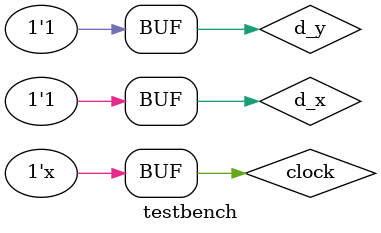
<source format=v>
`timescale 1ns / 1ns

module testbench();

fsm_tb FSM_TB();

// --------------------------------------------------------------------------------------

reg clock = 0;
reg d_x = 1;
reg d_y = 1;
wire val_;
interpolate interpolate(.clk(clock), .dx(d_x), .dy(d_y), .val(val_));

initial $display("start\n");

always #1 clock = ~clock;

endmodule
</source>
